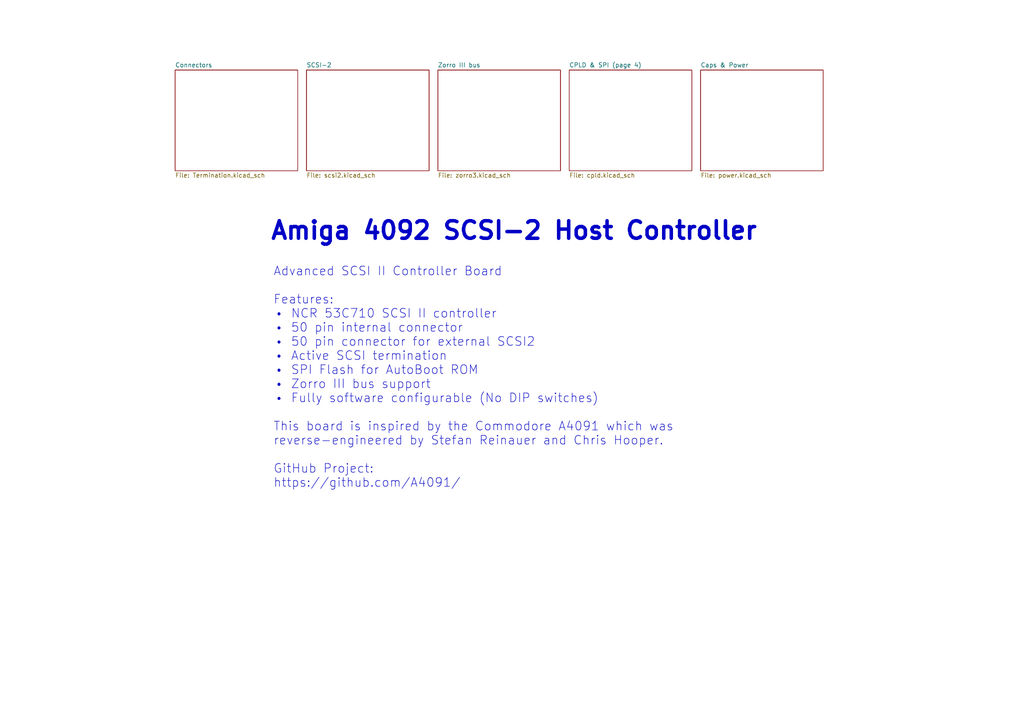
<source format=kicad_sch>
(kicad_sch
	(version 20250114)
	(generator "eeschema")
	(generator_version "9.0")
	(uuid "8f9f4021-47aa-41d9-bea7-f6ccf72098bb")
	(paper "A4")
	(title_block
		(title "A4092")
		(date "2026-01-08")
		(rev "REV C")
		(company "amiga.technology")
	)
	(lib_symbols)
	(text "Advanced SCSI II Controller Board\n\nFeatures:\n• NCR 53C710 SCSI II controller\n• 50 pin internal connector\n• 50 pin connector for external SCSI2\n• Active SCSI termination\n• SPI Flash for AutoBoot ROM\n• Zorro III bus support\n• Fully software configurable (No DIP switches)\n\nThis board is inspired by the Commodore A4091 which was \nreverse-engineered by Stefan Reinauer and Chris Hooper. \n\nGitHub Project:\nhttps://github.com/A4091/"
		(exclude_from_sim no)
		(at 79.248 109.474 0)
		(effects
			(font
				(size 2.54 2.54)
			)
			(justify left)
		)
		(uuid "363a9f3a-b894-40a2-9e9f-dc4ebfc1fee5")
	)
	(text "Amiga 4092 SCSI-2 Host Controller\n"
		(exclude_from_sim no)
		(at 149.098 67.056 0)
		(effects
			(font
				(size 5.08 5.08)
				(thickness 1.016)
				(bold yes)
			)
		)
		(uuid "c6531cf0-d2cd-433f-a591-9bba1b6cad6b")
	)
	(sheet
		(at 203.2 20.32)
		(size 35.56 29.21)
		(exclude_from_sim no)
		(in_bom yes)
		(on_board yes)
		(dnp no)
		(fields_autoplaced yes)
		(stroke
			(width 0.1524)
			(type solid)
		)
		(fill
			(color 0 0 0 0.0000)
		)
		(uuid "166c366c-e5f9-4398-87d9-75fc4b57be99")
		(property "Sheetname" "Caps & Power"
			(at 203.2 19.6084 0)
			(effects
				(font
					(size 1.27 1.27)
				)
				(justify left bottom)
			)
		)
		(property "Sheetfile" "power.kicad_sch"
			(at 203.2 50.1146 0)
			(effects
				(font
					(size 1.27 1.27)
				)
				(justify left top)
			)
		)
		(instances
			(project "A4092"
				(path "/8f9f4021-47aa-41d9-bea7-f6ccf72098bb"
					(page "6")
				)
			)
		)
	)
	(sheet
		(at 88.9 20.32)
		(size 35.56 29.21)
		(exclude_from_sim no)
		(in_bom yes)
		(on_board yes)
		(dnp no)
		(fields_autoplaced yes)
		(stroke
			(width 0.1524)
			(type solid)
		)
		(fill
			(color 0 0 0 0.0000)
		)
		(uuid "2daf4fe3-1e72-4ad5-914a-264df02f69b3")
		(property "Sheetname" "SCSI-2"
			(at 88.9 19.6084 0)
			(effects
				(font
					(size 1.27 1.27)
				)
				(justify left bottom)
			)
		)
		(property "Sheetfile" "scsi2.kicad_sch"
			(at 88.9 50.1146 0)
			(effects
				(font
					(size 1.27 1.27)
				)
				(justify left top)
			)
		)
		(instances
			(project "A4092"
				(path "/8f9f4021-47aa-41d9-bea7-f6ccf72098bb"
					(page "3")
				)
			)
		)
	)
	(sheet
		(at 50.8 20.32)
		(size 35.56 29.21)
		(exclude_from_sim no)
		(in_bom yes)
		(on_board yes)
		(dnp no)
		(fields_autoplaced yes)
		(stroke
			(width 0.1524)
			(type solid)
		)
		(fill
			(color 0 0 0 0.0000)
		)
		(uuid "53e9e23b-3b92-4a87-a15c-9c224d6145c5")
		(property "Sheetname" "Connectors"
			(at 50.8 19.6084 0)
			(effects
				(font
					(size 1.27 1.27)
				)
				(justify left bottom)
			)
		)
		(property "Sheetfile" "Termination.kicad_sch"
			(at 50.8 50.1146 0)
			(effects
				(font
					(size 1.27 1.27)
				)
				(justify left top)
			)
		)
		(instances
			(project "A4092"
				(path "/8f9f4021-47aa-41d9-bea7-f6ccf72098bb"
					(page "2")
				)
			)
		)
	)
	(sheet
		(at 127 20.32)
		(size 35.56 29.21)
		(exclude_from_sim no)
		(in_bom yes)
		(on_board yes)
		(dnp no)
		(fields_autoplaced yes)
		(stroke
			(width 0.1524)
			(type solid)
		)
		(fill
			(color 0 0 0 0.0000)
		)
		(uuid "54ff82a5-3c96-49ab-8139-25683e385401")
		(property "Sheetname" "Zorro III bus"
			(at 127 19.6084 0)
			(effects
				(font
					(size 1.27 1.27)
				)
				(justify left bottom)
			)
		)
		(property "Sheetfile" "zorro3.kicad_sch"
			(at 127 50.1146 0)
			(effects
				(font
					(size 1.27 1.27)
				)
				(justify left top)
			)
		)
		(instances
			(project "A4092"
				(path "/8f9f4021-47aa-41d9-bea7-f6ccf72098bb"
					(page "5")
				)
			)
		)
	)
	(sheet
		(at 165.1 20.32)
		(size 35.56 29.21)
		(exclude_from_sim no)
		(in_bom yes)
		(on_board yes)
		(dnp no)
		(fields_autoplaced yes)
		(stroke
			(width 0.1524)
			(type solid)
		)
		(fill
			(color 0 0 0 0.0000)
		)
		(uuid "6ae4417c-9681-4757-b289-033d6e31deb3")
		(property "Sheetname" "CPLD & SPI (page 4)"
			(at 165.1 19.6084 0)
			(effects
				(font
					(size 1.27 1.27)
				)
				(justify left bottom)
			)
		)
		(property "Sheetfile" "cpld.kicad_sch"
			(at 165.1 50.1146 0)
			(effects
				(font
					(size 1.27 1.27)
				)
				(justify left top)
			)
		)
		(instances
			(project "A4092"
				(path "/8f9f4021-47aa-41d9-bea7-f6ccf72098bb"
					(page "4")
				)
			)
		)
	)
	(sheet_instances
		(path "/"
			(page "1")
		)
	)
	(embedded_fonts no)
)

</source>
